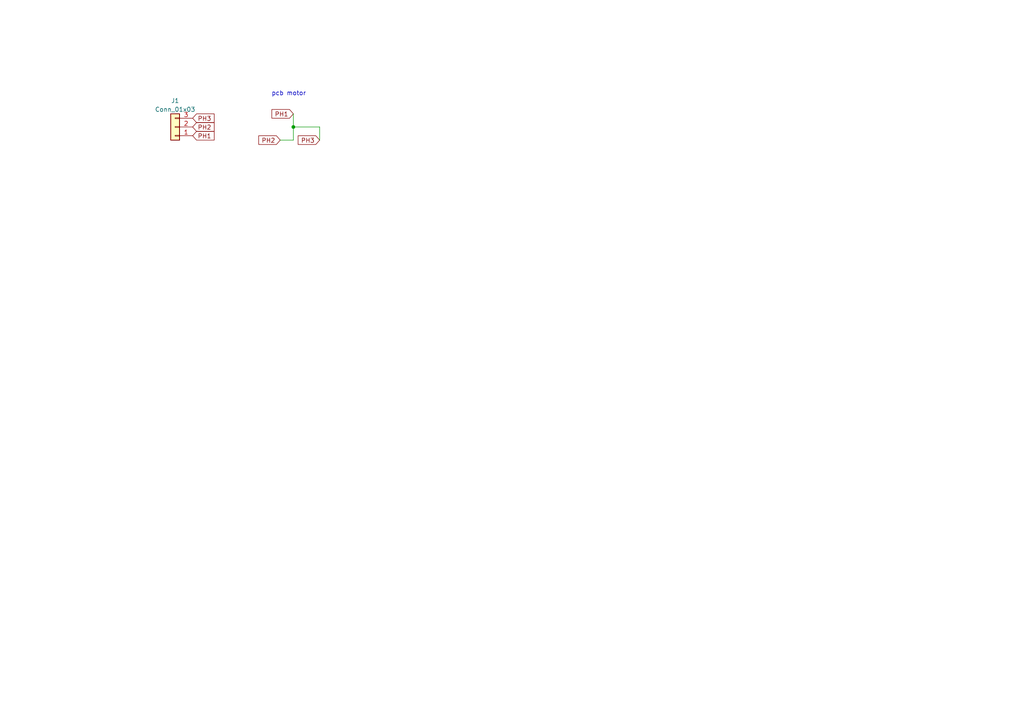
<source format=kicad_sch>
(kicad_sch (version 20230121) (generator eeschema)
  (paper "A4")
  (title_block (title "Scanhead PCB") (rev "0.1") (company "Hexastorm") (comment 1 "Author: Rik Starmans"))
  (lib_symbols
    (symbol "Connector_Generic:Conn_01x03" (pin_names (offset 1.016) hide)
      (property "Reference" "J" (at 0 5.08 0))
      (property "Value" "Conn_01x03" (at 0 -5.08 0))
      (symbol "Conn_01x03_1_1"
        (rectangle (start -1.27 -2.413) (end 0 -2.667) (stroke (width 0.1524)))
        (rectangle (start -1.27 0.127) (end 0 -0.127) (stroke (width 0.1524)))
        (rectangle (start -1.27 2.667) (end 0 2.413) (stroke (width 0.1524)))
        (rectangle (start -1.27 3.81) (end 1.27 -3.81) (stroke (width 0.254)) (fill (type background)))
        (pin passive line (at -5.08 2.54 0) (length 3.81) (name "Pin_1") (number "1"))
        (pin passive line (at -5.08 0 0) (length 3.81) (name "Pin_2") (number "2"))
        (pin passive line (at -5.08 -2.54 0) (length 3.81) (name "Pin_3") (number "3"))
      )
    )
  )
  (junction (at 85.09 36.83))
  (wire (pts (xy 81.28 40.64) (xy 85.09 40.64)))
  (wire (pts (xy 85.09 36.83) (xy 85.09 40.64)))
  (wire (pts (xy 85.09 33.02) (xy 85.09 36.83)))
  (wire (pts (xy 92.71 36.83) (xy 92.71 40.64)))
  (wire (pts (xy 85.09 36.83) (xy 92.71 36.83)))
  (text "pcb motor" (at 78.74 27.94 0) (effects (font (size 1.27 1.27)) (justify left bottom)))
  (global_label "PH1" (shape input) (at 55.88 39.37 0) (property "Intersheetrefs" "${INTERSHEET_REFS}" (effects hide)))
  (global_label "PH2" (shape input) (at 55.88 36.83 0) (property "Intersheetrefs" "${INTERSHEET_REFS}" (effects hide)))
  (global_label "PH1" (shape input) (at 85.09 33.02 180) (property "Intersheetrefs" "${INTERSHEET_REFS}" (effects hide)))
  (global_label "PH3" (shape input) (at 55.88 34.29 0) (property "Intersheetrefs" "${INTERSHEET_REFS}" (effects hide)))
  (global_label "PH2" (shape input) (at 81.28 40.64 180) (property "Intersheetrefs" "${INTERSHEET_REFS}" (effects hide)))
  (global_label "PH3" (shape input) (at 92.71 40.64 180) (property "Intersheetrefs" "${INTERSHEET_REFS}" (effects hide)))
  (symbol (lib_id "Connector_Generic:Conn_01x03") (at 50.8 36.83 180) (unit 1)
    (property "Reference" "J1" (at 50.8 29.21 0))
    (property "Value" "Conn_01x03" (at 50.8 31.75 0))
    (property "Footprint" "Connector_PinHeader_2.54mm:PinHeader_1x03_P2.54mm_Vertical" (effects hide))
  )
)
</source>
